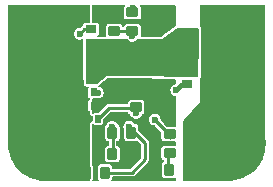
<source format=gbr>
%TF.GenerationSoftware,KiCad,Pcbnew,(6.0.1)*%
%TF.CreationDate,2022-07-18T11:17:21+08:00*%
%TF.ProjectId,HighSideSwitch,48696768-5369-4646-9553-77697463682e,rev?*%
%TF.SameCoordinates,Original*%
%TF.FileFunction,Copper,L1,Top*%
%TF.FilePolarity,Positive*%
%FSLAX46Y46*%
G04 Gerber Fmt 4.6, Leading zero omitted, Abs format (unit mm)*
G04 Created by KiCad (PCBNEW (6.0.1)) date 2022-07-18 11:17:21*
%MOMM*%
%LPD*%
G01*
G04 APERTURE LIST*
G04 Aperture macros list*
%AMRoundRect*
0 Rectangle with rounded corners*
0 $1 Rounding radius*
0 $2 $3 $4 $5 $6 $7 $8 $9 X,Y pos of 4 corners*
0 Add a 4 corners polygon primitive as box body*
4,1,4,$2,$3,$4,$5,$6,$7,$8,$9,$2,$3,0*
0 Add four circle primitives for the rounded corners*
1,1,$1+$1,$2,$3*
1,1,$1+$1,$4,$5*
1,1,$1+$1,$6,$7*
1,1,$1+$1,$8,$9*
0 Add four rect primitives between the rounded corners*
20,1,$1+$1,$2,$3,$4,$5,0*
20,1,$1+$1,$4,$5,$6,$7,0*
20,1,$1+$1,$6,$7,$8,$9,0*
20,1,$1+$1,$8,$9,$2,$3,0*%
G04 Aperture macros list end*
%TA.AperFunction,SMDPad,CuDef*%
%ADD10RoundRect,0.040000X-0.460000X-0.360000X0.460000X-0.360000X0.460000X0.360000X-0.460000X0.360000X0*%
%TD*%
%TA.AperFunction,SMDPad,CuDef*%
%ADD11RoundRect,0.025000X0.225000X-0.275000X0.225000X0.275000X-0.225000X0.275000X-0.225000X-0.275000X0*%
%TD*%
%TA.AperFunction,SMDPad,CuDef*%
%ADD12RoundRect,0.040000X0.360000X-0.460000X0.360000X0.460000X-0.360000X0.460000X-0.360000X-0.460000X0*%
%TD*%
%TA.AperFunction,SMDPad,CuDef*%
%ADD13RoundRect,0.040000X-0.360000X0.460000X-0.360000X-0.460000X0.360000X-0.460000X0.360000X0.460000X0*%
%TD*%
%TA.AperFunction,SMDPad,CuDef*%
%ADD14R,4.400000X4.500000*%
%TD*%
%TA.AperFunction,SMDPad,CuDef*%
%ADD15R,0.950000X0.700000*%
%TD*%
%TA.AperFunction,SMDPad,CuDef*%
%ADD16R,0.950000X3.250000*%
%TD*%
%TA.AperFunction,SMDPad,CuDef*%
%ADD17RoundRect,0.040000X0.460000X0.360000X-0.460000X0.360000X-0.460000X-0.360000X0.460000X-0.360000X0*%
%TD*%
%TA.AperFunction,SMDPad,CuDef*%
%ADD18RoundRect,0.025000X-0.225000X0.275000X-0.225000X-0.275000X0.225000X-0.275000X0.225000X0.275000X0*%
%TD*%
%TA.AperFunction,ComponentPad*%
%ADD19C,6.400000*%
%TD*%
%TA.AperFunction,ComponentPad*%
%ADD20C,0.800000*%
%TD*%
%TA.AperFunction,ViaPad*%
%ADD21C,0.600000*%
%TD*%
%TA.AperFunction,Conductor*%
%ADD22C,0.250000*%
%TD*%
%TA.AperFunction,Conductor*%
%ADD23C,0.400000*%
%TD*%
G04 APERTURE END LIST*
D10*
%TO.P,R9,1*%
%TO.N,/~{EN}*%
X186836800Y-80276800D03*
%TO.P,R9,2*%
%TO.N,Net-(C4-Pad2)*%
X186836800Y-81876800D03*
%TD*%
D11*
%TO.P,R1,1*%
%TO.N,/NMOS_IN*%
X182548800Y-87062800D03*
%TO.P,R1,2*%
%TO.N,Net-(R1-Pad2)*%
X183548800Y-87062800D03*
%TD*%
%TO.P,C1,1*%
%TO.N,/NMOS_IN*%
X182548800Y-88172800D03*
%TO.P,C1,2*%
%TO.N,GND*%
X183548800Y-88172800D03*
%TD*%
D12*
%TO.P,D2,1,Cathode*%
%TO.N,GND*%
X188358800Y-93612800D03*
%TO.P,D2,2,Anode*%
%TO.N,Net-(D2-Pad2)*%
X189958800Y-93612800D03*
%TD*%
D13*
%TO.P,R5,1*%
%TO.N,Net-(R3-Pad1)*%
X186738800Y-90452800D03*
%TO.P,R5,2*%
%TO.N,Net-(R5-Pad2)*%
X185138800Y-90452800D03*
%TD*%
D14*
%TO.P,Q2,D,Drain*%
%TO.N,/NMOS_IN*%
X179588400Y-83616800D03*
D15*
%TO.P,Q2,G,Gate*%
%TO.N,Net-(Q2-PadG)*%
X183313400Y-81716800D03*
D16*
%TO.P,Q2,S,Source*%
%TO.N,Net-(D1-PadA)*%
X183313400Y-84241800D03*
%TD*%
D13*
%TO.P,R6,1*%
%TO.N,GND*%
X186738800Y-92282800D03*
%TO.P,R6,2*%
%TO.N,Net-(R5-Pad2)*%
X185138800Y-92282800D03*
%TD*%
D17*
%TO.P,R11,1*%
%TO.N,Net-(D2-Pad2)*%
X189986400Y-92189200D03*
%TO.P,R11,2*%
%TO.N,Net-(D1-PadA)*%
X189986400Y-90589200D03*
%TD*%
D18*
%TO.P,R7,1*%
%TO.N,/EN*%
X183928800Y-89282800D03*
%TO.P,R7,2*%
%TO.N,/NMOS_IN*%
X182928800Y-89282800D03*
%TD*%
D19*
%TO.P,H2,1*%
%TO.N,/NMOS_OUT*%
X194927344Y-91338256D03*
D20*
X194927344Y-88938256D03*
X194927344Y-93738256D03*
X193230288Y-89641200D03*
X193230288Y-93035312D03*
X196624400Y-89641200D03*
X192527344Y-91338256D03*
X196624400Y-93035312D03*
X197327344Y-91338256D03*
%TD*%
D13*
%TO.P,R3,1*%
%TO.N,Net-(R3-Pad1)*%
X184508800Y-93842800D03*
%TO.P,R3,2*%
%TO.N,/NMOS_IN*%
X182908800Y-93842800D03*
%TD*%
D14*
%TO.P,Q1,D,Drain*%
%TO.N,/NMOS_OUT*%
X195218800Y-84452800D03*
D15*
%TO.P,Q1,G,Gate*%
%TO.N,Net-(Q1-PadG)*%
X191493800Y-86352800D03*
D16*
%TO.P,Q1,S,Source*%
%TO.N,Net-(D1-PadA)*%
X191493800Y-83827800D03*
%TD*%
D17*
%TO.P,R8,1*%
%TO.N,/EN*%
X187141600Y-88328400D03*
%TO.P,R8,2*%
%TO.N,GND*%
X187141600Y-86728400D03*
%TD*%
D19*
%TO.P,H1,1*%
%TO.N,/NMOS_IN*%
X179527344Y-91338256D03*
D20*
X177127344Y-91338256D03*
X181927344Y-91338256D03*
X177830288Y-93035312D03*
X177830288Y-89641200D03*
X179527344Y-88938256D03*
X179527344Y-93738256D03*
X181224400Y-89641200D03*
X181224400Y-93035312D03*
%TD*%
D10*
%TO.P,R10,1*%
%TO.N,GND*%
X185278800Y-80272800D03*
%TO.P,R10,2*%
%TO.N,Net-(C4-Pad2)*%
X185278800Y-81872800D03*
%TD*%
D21*
%TO.N,GND*%
X188818000Y-92151200D03*
X187751200Y-86614000D03*
X187248800Y-92292800D03*
X188868800Y-80619600D03*
%TO.N,/NMOS_OUT*%
X197459600Y-84074000D03*
X193192400Y-84074000D03*
X196037200Y-81432400D03*
X197459600Y-82753200D03*
X193192400Y-85293200D03*
X194564000Y-82753200D03*
X196037200Y-86512400D03*
X194564000Y-81432400D03*
X196037200Y-85293200D03*
X196037200Y-84074000D03*
X193192400Y-81432400D03*
X193192400Y-86512400D03*
X194564000Y-84074000D03*
X193192400Y-82753200D03*
X196037200Y-82753200D03*
X194564000Y-86512400D03*
X194564000Y-85293200D03*
X197459600Y-86512400D03*
X197459600Y-81432400D03*
X197459600Y-85293200D03*
%TO.N,/NMOS_IN*%
X179978800Y-82956400D03*
X178962800Y-85547200D03*
X177743600Y-84226400D03*
X177743600Y-81991200D03*
X181096400Y-85598000D03*
X177743600Y-85496400D03*
X179978800Y-84277200D03*
X181045600Y-83007200D03*
X178962800Y-84226400D03*
X179928000Y-82042000D03*
X178912000Y-82956400D03*
X181045600Y-82042000D03*
X180029600Y-85598000D03*
X181045600Y-84226400D03*
X178912000Y-81991200D03*
X177743600Y-83007200D03*
%TO.N,/~{EN}*%
X186838800Y-79932800D03*
%TO.N,/EN*%
X187141600Y-88798400D03*
%TO.N,Net-(R1-Pad2)*%
X183890400Y-87071200D03*
%TO.N,Net-(C4-Pad2)*%
X186836800Y-82272800D03*
%TO.N,Net-(D1-PadA)*%
X191973200Y-85191600D03*
X191973200Y-84277200D03*
X188716400Y-89357200D03*
X191008000Y-82600800D03*
X191922400Y-82245200D03*
X191008000Y-85039200D03*
X191008000Y-83972400D03*
X191922400Y-83210400D03*
%TO.N,Net-(Q1-PadG)*%
X190548629Y-86874090D03*
%TO.N,Net-(Q2-PadG)*%
X182368496Y-82096899D03*
%TO.N,Net-(R3-Pad1)*%
X186568800Y-89968300D03*
%TO.N,Net-(R5-Pad2)*%
X185089700Y-89982800D03*
%TD*%
D22*
%TO.N,/EN*%
X186720289Y-88377089D02*
X184834511Y-88377089D01*
X184834511Y-88377089D02*
X183928800Y-89282800D01*
%TO.N,Net-(C4-Pad2)*%
X186587600Y-81882800D02*
X185470000Y-81882800D01*
X185719200Y-81838800D02*
X185516000Y-81635600D01*
%TO.N,Net-(D1-PadA)*%
X189986400Y-90879200D02*
X189986400Y-90627200D01*
X189986400Y-90627200D02*
X188716400Y-89357200D01*
%TO.N,Net-(D2-Pad2)*%
X189808700Y-92076900D02*
X189986400Y-91899200D01*
X189808700Y-93675200D02*
X189808700Y-92076900D01*
D23*
%TO.N,Net-(Q1-PadG)*%
X190548629Y-86874090D02*
X190986519Y-86436200D01*
X190986519Y-86436200D02*
X191210400Y-86436200D01*
D22*
%TO.N,Net-(Q2-PadG)*%
X183488400Y-81711800D02*
X182753595Y-81711800D01*
X182753595Y-81711800D02*
X182368496Y-82096899D01*
%TO.N,Net-(R3-Pad1)*%
X186568800Y-89968300D02*
X187903600Y-91303100D01*
X186793291Y-93842800D02*
X184508800Y-93842800D01*
X187903600Y-92732491D02*
X186793291Y-93842800D01*
X187903600Y-91303100D02*
X187903600Y-92732491D01*
%TO.N,Net-(R5-Pad2)*%
X185158400Y-92173200D02*
X184918800Y-92412800D01*
X185158400Y-89814400D02*
X185158400Y-92173200D01*
%TD*%
%TA.AperFunction,Conductor*%
%TO.N,Net-(D1-PadA)*%
G36*
X192456518Y-81653906D02*
G01*
X192474819Y-81698872D01*
X192461570Y-82772024D01*
X192425572Y-85687859D01*
X192406722Y-85731823D01*
X192362260Y-85749582D01*
X186607616Y-85674358D01*
X184652400Y-85648800D01*
X184643847Y-85655844D01*
X184643846Y-85655844D01*
X183806108Y-86345746D01*
X183766376Y-86360000D01*
X182987700Y-86360000D01*
X182943506Y-86341694D01*
X182925200Y-86297500D01*
X182925200Y-82612500D01*
X182943506Y-82568306D01*
X182987700Y-82550000D01*
X186386812Y-82550000D01*
X186431006Y-82568306D01*
X186434654Y-82572283D01*
X186499770Y-82649748D01*
X186619113Y-82729190D01*
X186623364Y-82730518D01*
X186751705Y-82770614D01*
X186751708Y-82770614D01*
X186755957Y-82771942D01*
X186760409Y-82772024D01*
X186760411Y-82772024D01*
X186831442Y-82773326D01*
X186899299Y-82774570D01*
X187037617Y-82736860D01*
X187159791Y-82661845D01*
X187242419Y-82570558D01*
X187288756Y-82550000D01*
X189326000Y-82550000D01*
X190528534Y-81648100D01*
X190566033Y-81635600D01*
X192412324Y-81635600D01*
X192456518Y-81653906D01*
G37*
%TD.AperFunction*%
%TD*%
%TA.AperFunction,Conductor*%
%TO.N,/NMOS_IN*%
G36*
X183214894Y-79698106D02*
G01*
X183233200Y-79742300D01*
X183233200Y-81103800D01*
X183214894Y-81147994D01*
X183170700Y-81166300D01*
X182818652Y-81166300D01*
X182815642Y-81166899D01*
X182815639Y-81166899D01*
X182766205Y-81176732D01*
X182766203Y-81176733D01*
X182760169Y-81177933D01*
X182755055Y-81181350D01*
X182755053Y-81181351D01*
X182710720Y-81210974D01*
X182693848Y-81222248D01*
X182649533Y-81288569D01*
X182637900Y-81347052D01*
X182637900Y-81362914D01*
X182619594Y-81407108D01*
X182611252Y-81414108D01*
X182586708Y-81431294D01*
X182580770Y-81435451D01*
X182576176Y-81438378D01*
X182541140Y-81458606D01*
X182537624Y-81462796D01*
X182515136Y-81489596D01*
X182511452Y-81493616D01*
X182426939Y-81578129D01*
X182382363Y-81596434D01*
X182304325Y-81595957D01*
X182304323Y-81595957D01*
X182299872Y-81595930D01*
X182162025Y-81635327D01*
X182040776Y-81711829D01*
X182037833Y-81715161D01*
X182037831Y-81715163D01*
X181948820Y-81815950D01*
X181945873Y-81819287D01*
X181884943Y-81949062D01*
X181862887Y-82090722D01*
X181881476Y-82232878D01*
X181939216Y-82364102D01*
X181942080Y-82367509D01*
X182028603Y-82470442D01*
X182028606Y-82470445D01*
X182031466Y-82473847D01*
X182150809Y-82553289D01*
X182155060Y-82554617D01*
X182283401Y-82594713D01*
X182283404Y-82594713D01*
X182287653Y-82596041D01*
X182292105Y-82596123D01*
X182292107Y-82596123D01*
X182363138Y-82597425D01*
X182430995Y-82598669D01*
X182435293Y-82597497D01*
X182435295Y-82597497D01*
X182558961Y-82563782D01*
X182606414Y-82569819D01*
X182635699Y-82607642D01*
X182637900Y-82624081D01*
X182637900Y-85886548D01*
X182638499Y-85889558D01*
X182638499Y-85889561D01*
X182644068Y-85917555D01*
X182649533Y-85945031D01*
X182652950Y-85950145D01*
X182652951Y-85950147D01*
X182690430Y-86006237D01*
X182693848Y-86011352D01*
X182698964Y-86014771D01*
X182703318Y-86019124D01*
X182701941Y-86020501D01*
X182724000Y-86053518D01*
X182725200Y-86065708D01*
X182725200Y-86297500D01*
X182725799Y-86300510D01*
X182725799Y-86300513D01*
X182730047Y-86321867D01*
X182740424Y-86374038D01*
X182758730Y-86418232D01*
X182794377Y-86474963D01*
X182799400Y-86478527D01*
X182851071Y-86515190D01*
X182866968Y-86526470D01*
X182870210Y-86527813D01*
X182870212Y-86527814D01*
X182889220Y-86535687D01*
X182911162Y-86544776D01*
X182914166Y-86545374D01*
X182914171Y-86545375D01*
X182984687Y-86559401D01*
X182984690Y-86559401D01*
X182987700Y-86560000D01*
X183087874Y-86560000D01*
X183132068Y-86578306D01*
X183150374Y-86622500D01*
X183139841Y-86657223D01*
X183111383Y-86699814D01*
X183098300Y-86765589D01*
X183098301Y-87360010D01*
X183111383Y-87425786D01*
X183161223Y-87500377D01*
X183166340Y-87503796D01*
X183212054Y-87534341D01*
X183238630Y-87574115D01*
X183238630Y-87598500D01*
X183233200Y-87625800D01*
X183233200Y-87653723D01*
X183214894Y-87697917D01*
X183205424Y-87705689D01*
X183161223Y-87735223D01*
X183111383Y-87809814D01*
X183098300Y-87875589D01*
X183098301Y-88470010D01*
X183098900Y-88473020D01*
X183098900Y-88473024D01*
X183107808Y-88517813D01*
X183111383Y-88535786D01*
X183161223Y-88610377D01*
X183166340Y-88613796D01*
X183205423Y-88639910D01*
X183231999Y-88679683D01*
X183233200Y-88691877D01*
X183233200Y-88804056D01*
X183233799Y-88807066D01*
X183233799Y-88807069D01*
X183247685Y-88876877D01*
X183248424Y-88880594D01*
X183266730Y-88924788D01*
X183302377Y-88981519D01*
X183374968Y-89033026D01*
X183378210Y-89034369D01*
X183378212Y-89034370D01*
X183416728Y-89050324D01*
X183416730Y-89050325D01*
X183419162Y-89051332D01*
X183429709Y-89053739D01*
X183468721Y-89081421D01*
X183478300Y-89114672D01*
X183478301Y-89451443D01*
X183459995Y-89495637D01*
X183426274Y-89513060D01*
X183419162Y-89514268D01*
X183374968Y-89532574D01*
X183318237Y-89568221D01*
X183266730Y-89640812D01*
X183248424Y-89685006D01*
X183247826Y-89688010D01*
X183247825Y-89688015D01*
X183234698Y-89754013D01*
X183233200Y-89761544D01*
X183233200Y-93176994D01*
X183241812Y-93235050D01*
X183252345Y-93269773D01*
X183277439Y-93322831D01*
X183297998Y-93353600D01*
X183298767Y-93354751D01*
X183309300Y-93389474D01*
X183309300Y-94296127D01*
X183298766Y-94330851D01*
X183284677Y-94351936D01*
X183284672Y-94351945D01*
X183283391Y-94353862D01*
X183258296Y-94406921D01*
X183257630Y-94409116D01*
X183257629Y-94409119D01*
X183256150Y-94413995D01*
X183247763Y-94441644D01*
X183239466Y-94488487D01*
X183240368Y-94493795D01*
X183240349Y-94499175D01*
X183237333Y-94499164D01*
X183228928Y-94535894D01*
X183188411Y-94561323D01*
X183177975Y-94562200D01*
X179494838Y-94562200D01*
X179479232Y-94560220D01*
X179477527Y-94559780D01*
X179477525Y-94559780D01*
X179469560Y-94557726D01*
X179461634Y-94559930D01*
X179456074Y-94559982D01*
X179445734Y-94561164D01*
X179140375Y-94547855D01*
X179133785Y-94547217D01*
X178811192Y-94498615D01*
X178804707Y-94497283D01*
X178489076Y-94414833D01*
X178482768Y-94412823D01*
X178177624Y-94297446D01*
X178171564Y-94294780D01*
X178117983Y-94267733D01*
X177880329Y-94147770D01*
X177874585Y-94144477D01*
X177600548Y-93967492D01*
X177595185Y-93963611D01*
X177341400Y-93758628D01*
X177336477Y-93754201D01*
X177105799Y-93523523D01*
X177101372Y-93518600D01*
X176896389Y-93264815D01*
X176892508Y-93259452D01*
X176715523Y-92985415D01*
X176712230Y-92979671D01*
X176601879Y-92761060D01*
X176565219Y-92688434D01*
X176562554Y-92682376D01*
X176540191Y-92623230D01*
X176513708Y-92553190D01*
X176447177Y-92377232D01*
X176445167Y-92370924D01*
X176362717Y-92055293D01*
X176361385Y-92048808D01*
X176312783Y-91726215D01*
X176312145Y-91719625D01*
X176298836Y-91414266D01*
X176300018Y-91403926D01*
X176300070Y-91398366D01*
X176302274Y-91390440D01*
X176299775Y-91380748D01*
X176297796Y-91365156D01*
X176295833Y-79742311D01*
X176314131Y-79698113D01*
X176358333Y-79679800D01*
X183170700Y-79679800D01*
X183214894Y-79698106D01*
G37*
%TD.AperFunction*%
%TD*%
%TA.AperFunction,Conductor*%
%TO.N,GND*%
G36*
X186605002Y-85874341D02*
G01*
X190432717Y-85924377D01*
X190476668Y-85943259D01*
X190494400Y-85986872D01*
X190494400Y-86321867D01*
X190476094Y-86366061D01*
X190449075Y-86381961D01*
X190342158Y-86412518D01*
X190220909Y-86489020D01*
X190217966Y-86492352D01*
X190217964Y-86492354D01*
X190158222Y-86560000D01*
X190126006Y-86596478D01*
X190065076Y-86726253D01*
X190043020Y-86867913D01*
X190061609Y-87010069D01*
X190119349Y-87141293D01*
X190122213Y-87144700D01*
X190208736Y-87247633D01*
X190208739Y-87247636D01*
X190211599Y-87251038D01*
X190330942Y-87330480D01*
X190450539Y-87367844D01*
X190487262Y-87398494D01*
X190494400Y-87427499D01*
X190494400Y-89926200D01*
X190476094Y-89970394D01*
X190431900Y-89988700D01*
X189834115Y-89988700D01*
X189789921Y-89970394D01*
X189515399Y-89695872D01*
X189239690Y-89420164D01*
X189221384Y-89375970D01*
X189221590Y-89371374D01*
X189221896Y-89369554D01*
X189222047Y-89357200D01*
X189201723Y-89215282D01*
X189142384Y-89084772D01*
X189048800Y-88976163D01*
X188928495Y-88898185D01*
X188915856Y-88894405D01*
X188822734Y-88866556D01*
X188791139Y-88857107D01*
X188719457Y-88856669D01*
X188652229Y-88856258D01*
X188652228Y-88856258D01*
X188647776Y-88856231D01*
X188509929Y-88895628D01*
X188388680Y-88972130D01*
X188385737Y-88975462D01*
X188385735Y-88975464D01*
X188309726Y-89061529D01*
X188293777Y-89079588D01*
X188232847Y-89209363D01*
X188210791Y-89351023D01*
X188211368Y-89355436D01*
X188211368Y-89355438D01*
X188212898Y-89367136D01*
X188229380Y-89493179D01*
X188231173Y-89497254D01*
X188278641Y-89605132D01*
X188287120Y-89624403D01*
X188289984Y-89627810D01*
X188376507Y-89730743D01*
X188376510Y-89730746D01*
X188379370Y-89734148D01*
X188498713Y-89813590D01*
X188506395Y-89815990D01*
X188631305Y-89855014D01*
X188631308Y-89855014D01*
X188635557Y-89856342D01*
X188640009Y-89856424D01*
X188640011Y-89856424D01*
X188732236Y-89858115D01*
X188775284Y-89876410D01*
X189267594Y-90368721D01*
X189285900Y-90412915D01*
X189285900Y-90972888D01*
X189286499Y-90975898D01*
X189286499Y-90975901D01*
X189293507Y-91011130D01*
X189299854Y-91043039D01*
X189353009Y-91122591D01*
X189364510Y-91130276D01*
X189427442Y-91172326D01*
X189427444Y-91172327D01*
X189432561Y-91175746D01*
X189464470Y-91182093D01*
X189499699Y-91189101D01*
X189499702Y-91189101D01*
X189502712Y-91189700D01*
X189876772Y-91189700D01*
X189898149Y-91193469D01*
X189929006Y-91204700D01*
X190043794Y-91204700D01*
X190074651Y-91193469D01*
X190096027Y-91189700D01*
X190431900Y-91189700D01*
X190476094Y-91208006D01*
X190494400Y-91252200D01*
X190494400Y-91526200D01*
X190476094Y-91570394D01*
X190431900Y-91588700D01*
X190104585Y-91588700D01*
X190078174Y-91582845D01*
X190071946Y-91579941D01*
X190066500Y-91579465D01*
X190066498Y-91579464D01*
X190014769Y-91574938D01*
X189957593Y-91569936D01*
X189900123Y-91585335D01*
X189895515Y-91586570D01*
X189879339Y-91588700D01*
X189502712Y-91588700D01*
X189499702Y-91589299D01*
X189499699Y-91589299D01*
X189464736Y-91596254D01*
X189432561Y-91602654D01*
X189427444Y-91606073D01*
X189427442Y-91606074D01*
X189368666Y-91645347D01*
X189353009Y-91655809D01*
X189349590Y-91660926D01*
X189307551Y-91723842D01*
X189299854Y-91735361D01*
X189285900Y-91805512D01*
X189285900Y-92572888D01*
X189299854Y-92643039D01*
X189353009Y-92722591D01*
X189358126Y-92726010D01*
X189427442Y-92772326D01*
X189427444Y-92772327D01*
X189432561Y-92775746D01*
X189438599Y-92776947D01*
X189444285Y-92779302D01*
X189442947Y-92782532D01*
X189472663Y-92802382D01*
X189483200Y-92837111D01*
X189483200Y-92907387D01*
X189464894Y-92951581D01*
X189455423Y-92959354D01*
X189425409Y-92979409D01*
X189372254Y-93058961D01*
X189358300Y-93129112D01*
X189358300Y-94096488D01*
X189372254Y-94166639D01*
X189375673Y-94171756D01*
X189375674Y-94171758D01*
X189414947Y-94230534D01*
X189425409Y-94246191D01*
X189430526Y-94249610D01*
X189499842Y-94295926D01*
X189499844Y-94295927D01*
X189504961Y-94299346D01*
X189536870Y-94305693D01*
X189572099Y-94312701D01*
X189572102Y-94312701D01*
X189575112Y-94313300D01*
X190342488Y-94313300D01*
X190345498Y-94312701D01*
X190345501Y-94312701D01*
X190406602Y-94300547D01*
X190406603Y-94300547D01*
X190412639Y-94299346D01*
X190412764Y-94299976D01*
X190455815Y-94299974D01*
X190489641Y-94333797D01*
X190494400Y-94357717D01*
X190494400Y-94499700D01*
X190476094Y-94543894D01*
X190431900Y-94562200D01*
X185101651Y-94562200D01*
X185057457Y-94543894D01*
X185039151Y-94499700D01*
X185049684Y-94464977D01*
X185091926Y-94401758D01*
X185091927Y-94401756D01*
X185095346Y-94396639D01*
X185109300Y-94326488D01*
X185109300Y-94230800D01*
X185127606Y-94186606D01*
X185171800Y-94168300D01*
X186776350Y-94168300D01*
X186781797Y-94168538D01*
X186822098Y-94172064D01*
X186827378Y-94170649D01*
X186827380Y-94170649D01*
X186861174Y-94161593D01*
X186866495Y-94160413D01*
X186906336Y-94153388D01*
X186911070Y-94150655D01*
X186911075Y-94150653D01*
X186911804Y-94150232D01*
X186926877Y-94143988D01*
X186927696Y-94143769D01*
X186927698Y-94143768D01*
X186932975Y-94142354D01*
X186966113Y-94119150D01*
X186970705Y-94116225D01*
X187005746Y-94095994D01*
X187031755Y-94064998D01*
X187035439Y-94060978D01*
X188121780Y-92974637D01*
X188125800Y-92970953D01*
X188152605Y-92948461D01*
X188156794Y-92944946D01*
X188177025Y-92909905D01*
X188179950Y-92905313D01*
X188200020Y-92876651D01*
X188200020Y-92876650D01*
X188203154Y-92872175D01*
X188204788Y-92866077D01*
X188211032Y-92851004D01*
X188211453Y-92850275D01*
X188211455Y-92850270D01*
X188214188Y-92845536D01*
X188221213Y-92805695D01*
X188222393Y-92800374D01*
X188231449Y-92766580D01*
X188231449Y-92766578D01*
X188232864Y-92761298D01*
X188229338Y-92720997D01*
X188229100Y-92715550D01*
X188229100Y-91320033D01*
X188229338Y-91314586D01*
X188232387Y-91279738D01*
X188232387Y-91279736D01*
X188232863Y-91274293D01*
X188222390Y-91235206D01*
X188221212Y-91229888D01*
X188215138Y-91195442D01*
X188214188Y-91190055D01*
X188211030Y-91184584D01*
X188204790Y-91169519D01*
X188204570Y-91168696D01*
X188204567Y-91168691D01*
X188203154Y-91163416D01*
X188179944Y-91130268D01*
X188177021Y-91125679D01*
X188159528Y-91095381D01*
X188156794Y-91090645D01*
X188125804Y-91064641D01*
X188121784Y-91060957D01*
X187357606Y-90296780D01*
X187339300Y-90252586D01*
X187339300Y-89969112D01*
X187325346Y-89898961D01*
X187272191Y-89819409D01*
X187239483Y-89797554D01*
X187197758Y-89769674D01*
X187197756Y-89769673D01*
X187192639Y-89766254D01*
X187160730Y-89759907D01*
X187125501Y-89752899D01*
X187125498Y-89752899D01*
X187122488Y-89752300D01*
X187060680Y-89752300D01*
X187016486Y-89733994D01*
X187003785Y-89715669D01*
X187003219Y-89714423D01*
X186999020Y-89705188D01*
X186996626Y-89699923D01*
X186996626Y-89699922D01*
X186994784Y-89695872D01*
X186991882Y-89692504D01*
X186991880Y-89692501D01*
X186904103Y-89590632D01*
X186901200Y-89587263D01*
X186780895Y-89509285D01*
X186768256Y-89505505D01*
X186696294Y-89483984D01*
X186643539Y-89468207D01*
X186571857Y-89467769D01*
X186504629Y-89467358D01*
X186504628Y-89467358D01*
X186500176Y-89467331D01*
X186362329Y-89506728D01*
X186241080Y-89583230D01*
X186238137Y-89586562D01*
X186238135Y-89586564D01*
X186191166Y-89639747D01*
X186146177Y-89690688D01*
X186085247Y-89820463D01*
X186063191Y-89962123D01*
X186063768Y-89966536D01*
X186063768Y-89966538D01*
X186064506Y-89972183D01*
X186081780Y-90104279D01*
X186083573Y-90108354D01*
X186133007Y-90220701D01*
X186138300Y-90245873D01*
X186138300Y-90936488D01*
X186152254Y-91006639D01*
X186155673Y-91011756D01*
X186155674Y-91011758D01*
X186176576Y-91043039D01*
X186205409Y-91086191D01*
X186210526Y-91089610D01*
X186279842Y-91135926D01*
X186279844Y-91135927D01*
X186284961Y-91139346D01*
X186316870Y-91145693D01*
X186352099Y-91152701D01*
X186352102Y-91152701D01*
X186355112Y-91153300D01*
X187122488Y-91153300D01*
X187125498Y-91152701D01*
X187125501Y-91152701D01*
X187160730Y-91145693D01*
X187192639Y-91139346D01*
X187197757Y-91135927D01*
X187197758Y-91135926D01*
X187202072Y-91133043D01*
X187248988Y-91123711D01*
X187280989Y-91140816D01*
X187559794Y-91419621D01*
X187578100Y-91463815D01*
X187578100Y-92571777D01*
X187559794Y-92615971D01*
X186676771Y-93498994D01*
X186632577Y-93517300D01*
X185171800Y-93517300D01*
X185127606Y-93498994D01*
X185109300Y-93454800D01*
X185109300Y-93359112D01*
X185095346Y-93288961D01*
X185042191Y-93209409D01*
X184993679Y-93176994D01*
X184967758Y-93159674D01*
X184967756Y-93159673D01*
X184962639Y-93156254D01*
X184930730Y-93149907D01*
X184895501Y-93142899D01*
X184895498Y-93142899D01*
X184892488Y-93142300D01*
X184125112Y-93142300D01*
X184122102Y-93142899D01*
X184122099Y-93142899D01*
X184086870Y-93149907D01*
X184054961Y-93156254D01*
X184049844Y-93159673D01*
X184049842Y-93159674D01*
X184023921Y-93176994D01*
X183975409Y-93209409D01*
X183922254Y-93288961D01*
X183908300Y-93359112D01*
X183908300Y-94326488D01*
X183922254Y-94396639D01*
X183925673Y-94401756D01*
X183925674Y-94401758D01*
X183967916Y-94464977D01*
X183977248Y-94511893D01*
X183950672Y-94551667D01*
X183915949Y-94562200D01*
X183501651Y-94562200D01*
X183457457Y-94543894D01*
X183439151Y-94499700D01*
X183449684Y-94464977D01*
X183491926Y-94401758D01*
X183491927Y-94401756D01*
X183495346Y-94396639D01*
X183509300Y-94326488D01*
X183509300Y-93359112D01*
X183495346Y-93288961D01*
X183443733Y-93211717D01*
X183433200Y-93176994D01*
X183433200Y-92766488D01*
X184538300Y-92766488D01*
X184538899Y-92769498D01*
X184538899Y-92769501D01*
X184540849Y-92779302D01*
X184552254Y-92836639D01*
X184555673Y-92841756D01*
X184555674Y-92841758D01*
X184575998Y-92872175D01*
X184605409Y-92916191D01*
X184610526Y-92919610D01*
X184679842Y-92965926D01*
X184679844Y-92965927D01*
X184684961Y-92969346D01*
X184716870Y-92975693D01*
X184752099Y-92982701D01*
X184752102Y-92982701D01*
X184755112Y-92983300D01*
X185522488Y-92983300D01*
X185525498Y-92982701D01*
X185525501Y-92982701D01*
X185560730Y-92975693D01*
X185592639Y-92969346D01*
X185597756Y-92965927D01*
X185597758Y-92965926D01*
X185667074Y-92919610D01*
X185672191Y-92916191D01*
X185701602Y-92872175D01*
X185721926Y-92841758D01*
X185721927Y-92841756D01*
X185725346Y-92836639D01*
X185736751Y-92779302D01*
X185738701Y-92769501D01*
X185738701Y-92769498D01*
X185739300Y-92766488D01*
X185739300Y-91799112D01*
X185725346Y-91728961D01*
X185672191Y-91649409D01*
X185607336Y-91606074D01*
X185597758Y-91599674D01*
X185597756Y-91599673D01*
X185592639Y-91596254D01*
X185534207Y-91584631D01*
X185494433Y-91558055D01*
X185483900Y-91523332D01*
X185483900Y-91212268D01*
X185502206Y-91168074D01*
X185534207Y-91150969D01*
X185546092Y-91148605D01*
X185592639Y-91139346D01*
X185597756Y-91135927D01*
X185597758Y-91135926D01*
X185667074Y-91089610D01*
X185672191Y-91086191D01*
X185701024Y-91043039D01*
X185721926Y-91011758D01*
X185721927Y-91011756D01*
X185725346Y-91006639D01*
X185739300Y-90936488D01*
X185739300Y-89969112D01*
X185725346Y-89898961D01*
X185672191Y-89819409D01*
X185639483Y-89797554D01*
X185597758Y-89769674D01*
X185597756Y-89769673D01*
X185592639Y-89766254D01*
X185567402Y-89761234D01*
X185527628Y-89734658D01*
X185522700Y-89725804D01*
X185521787Y-89723796D01*
X185515684Y-89710372D01*
X185512782Y-89707004D01*
X185512780Y-89707001D01*
X185425003Y-89605132D01*
X185422100Y-89601763D01*
X185388539Y-89580010D01*
X185378210Y-89573315D01*
X185372030Y-89568746D01*
X185327850Y-89531674D01*
X185327846Y-89531672D01*
X185323661Y-89528160D01*
X185215794Y-89488900D01*
X185194294Y-89488900D01*
X185176386Y-89486279D01*
X185168711Y-89483984D01*
X185168707Y-89483983D01*
X185164439Y-89482707D01*
X185092758Y-89482269D01*
X185025529Y-89481858D01*
X185025528Y-89481858D01*
X185021076Y-89481831D01*
X184883229Y-89521228D01*
X184761980Y-89597730D01*
X184759037Y-89601062D01*
X184759035Y-89601064D01*
X184672503Y-89699044D01*
X184667077Y-89705188D01*
X184665185Y-89709218D01*
X184623710Y-89797554D01*
X184611331Y-89815185D01*
X184610527Y-89815989D01*
X184605409Y-89819409D01*
X184601990Y-89824526D01*
X184601988Y-89824528D01*
X184567322Y-89876410D01*
X184552254Y-89898961D01*
X184538300Y-89969112D01*
X184538300Y-90936488D01*
X184552254Y-91006639D01*
X184555673Y-91011756D01*
X184555674Y-91011758D01*
X184576576Y-91043039D01*
X184605409Y-91086191D01*
X184610526Y-91089610D01*
X184679842Y-91135926D01*
X184679844Y-91135927D01*
X184684961Y-91139346D01*
X184716870Y-91145693D01*
X184752099Y-91152701D01*
X184752102Y-91152701D01*
X184755112Y-91153300D01*
X184770400Y-91153300D01*
X184814594Y-91171606D01*
X184832900Y-91215800D01*
X184832900Y-91519800D01*
X184814594Y-91563994D01*
X184770400Y-91582300D01*
X184755112Y-91582300D01*
X184752102Y-91582899D01*
X184752099Y-91582899D01*
X184733645Y-91586570D01*
X184684961Y-91596254D01*
X184679844Y-91599673D01*
X184679842Y-91599674D01*
X184670264Y-91606074D01*
X184605409Y-91649409D01*
X184552254Y-91728961D01*
X184538300Y-91799112D01*
X184538300Y-92766488D01*
X183433200Y-92766488D01*
X183433200Y-89761544D01*
X183451506Y-89717350D01*
X183495700Y-89699044D01*
X183538935Y-89716953D01*
X183541223Y-89720377D01*
X183546340Y-89723796D01*
X183610695Y-89766797D01*
X183610697Y-89766798D01*
X183615814Y-89770217D01*
X183643727Y-89775769D01*
X183678576Y-89782701D01*
X183678579Y-89782701D01*
X183681589Y-89783300D01*
X183928800Y-89783300D01*
X184176010Y-89783299D01*
X184179020Y-89782700D01*
X184179024Y-89782700D01*
X184235748Y-89771418D01*
X184235749Y-89771418D01*
X184241786Y-89770217D01*
X184316377Y-89720377D01*
X184366217Y-89645786D01*
X184374303Y-89605132D01*
X184378701Y-89583024D01*
X184378701Y-89583021D01*
X184379300Y-89580011D01*
X184379300Y-89318514D01*
X184397606Y-89274320D01*
X184951031Y-88720895D01*
X184995225Y-88702589D01*
X186387918Y-88702589D01*
X186432112Y-88720895D01*
X186449217Y-88752895D01*
X186455054Y-88782239D01*
X186458473Y-88787356D01*
X186458474Y-88787358D01*
X186494854Y-88841804D01*
X186508209Y-88861791D01*
X186513326Y-88865210D01*
X186582642Y-88911526D01*
X186582644Y-88911527D01*
X186587761Y-88914946D01*
X186593799Y-88916147D01*
X186619709Y-88921301D01*
X186659482Y-88947877D01*
X186664721Y-88957426D01*
X186712320Y-89065603D01*
X186715184Y-89069010D01*
X186801707Y-89171943D01*
X186801710Y-89171946D01*
X186804570Y-89175348D01*
X186923913Y-89254790D01*
X186928164Y-89256118D01*
X187056505Y-89296214D01*
X187056508Y-89296214D01*
X187060757Y-89297542D01*
X187065209Y-89297624D01*
X187065211Y-89297624D01*
X187136242Y-89298926D01*
X187204099Y-89300170D01*
X187342417Y-89262460D01*
X187464591Y-89187445D01*
X187560800Y-89081154D01*
X187621999Y-88954839D01*
X187657741Y-88923050D01*
X187666051Y-88920792D01*
X187689403Y-88916147D01*
X187689404Y-88916146D01*
X187695439Y-88914946D01*
X187774991Y-88861791D01*
X187788346Y-88841804D01*
X187824726Y-88787358D01*
X187824727Y-88787356D01*
X187828146Y-88782239D01*
X187842100Y-88712088D01*
X187842100Y-87944712D01*
X187828146Y-87874561D01*
X187774991Y-87795009D01*
X187759334Y-87784547D01*
X187700558Y-87745274D01*
X187700556Y-87745273D01*
X187695439Y-87741854D01*
X187663530Y-87735507D01*
X187628301Y-87728499D01*
X187628298Y-87728499D01*
X187625288Y-87727900D01*
X186657912Y-87727900D01*
X186654902Y-87728499D01*
X186654899Y-87728499D01*
X186619670Y-87735507D01*
X186587761Y-87741854D01*
X186582644Y-87745273D01*
X186582642Y-87745274D01*
X186523866Y-87784547D01*
X186508209Y-87795009D01*
X186455054Y-87874561D01*
X186441100Y-87944712D01*
X186441100Y-87989089D01*
X186422794Y-88033283D01*
X186378600Y-88051589D01*
X184851452Y-88051589D01*
X184846005Y-88051351D01*
X184843962Y-88051172D01*
X184805704Y-88047825D01*
X184800424Y-88049240D01*
X184800422Y-88049240D01*
X184766628Y-88058296D01*
X184761307Y-88059476D01*
X184721466Y-88066501D01*
X184716732Y-88069234D01*
X184716727Y-88069236D01*
X184715998Y-88069657D01*
X184700925Y-88075901D01*
X184700106Y-88076120D01*
X184700104Y-88076121D01*
X184694827Y-88077535D01*
X184690352Y-88080669D01*
X184690351Y-88080669D01*
X184661689Y-88100739D01*
X184657097Y-88103664D01*
X184622056Y-88123895D01*
X184618541Y-88128084D01*
X184596047Y-88154891D01*
X184592363Y-88158911D01*
X183987280Y-88763994D01*
X183943086Y-88782300D01*
X183712075Y-88782301D01*
X183681590Y-88782301D01*
X183678580Y-88782900D01*
X183678576Y-88782900D01*
X183621852Y-88794182D01*
X183621851Y-88794182D01*
X183615814Y-88795383D01*
X183541223Y-88845223D01*
X183538935Y-88848647D01*
X183495700Y-88866556D01*
X183451506Y-88848250D01*
X183433200Y-88804056D01*
X183433200Y-87625800D01*
X183451506Y-87581606D01*
X183495700Y-87563300D01*
X183764280Y-87563299D01*
X183777476Y-87563299D01*
X183796113Y-87566142D01*
X183809557Y-87570342D01*
X183814011Y-87570424D01*
X183814013Y-87570424D01*
X183881228Y-87571656D01*
X183952899Y-87572970D01*
X184091217Y-87535260D01*
X184213391Y-87460245D01*
X184244582Y-87425786D01*
X184306613Y-87357254D01*
X184309600Y-87353954D01*
X184372110Y-87224933D01*
X184395896Y-87083554D01*
X184396047Y-87071200D01*
X184375723Y-86929282D01*
X184316384Y-86798772D01*
X184222800Y-86690163D01*
X184102495Y-86612185D01*
X183990849Y-86578796D01*
X183953753Y-86548595D01*
X183948877Y-86501008D01*
X183969025Y-86470670D01*
X184449597Y-86074904D01*
X184705345Y-85864288D01*
X184745893Y-85850039D01*
X186605002Y-85874341D01*
G37*
%TD.AperFunction*%
%TA.AperFunction,Conductor*%
G36*
X186173176Y-79698106D02*
G01*
X186191482Y-79742300D01*
X186180949Y-79777023D01*
X186150254Y-79822961D01*
X186136300Y-79893112D01*
X186136300Y-80660488D01*
X186150254Y-80730639D01*
X186203409Y-80810191D01*
X186208526Y-80813610D01*
X186277842Y-80859926D01*
X186277844Y-80859927D01*
X186282961Y-80863346D01*
X186314870Y-80869693D01*
X186350099Y-80876701D01*
X186350102Y-80876701D01*
X186353112Y-80877300D01*
X187320488Y-80877300D01*
X187323498Y-80876701D01*
X187323501Y-80876701D01*
X187358730Y-80869693D01*
X187390639Y-80863346D01*
X187395756Y-80859927D01*
X187395758Y-80859926D01*
X187465074Y-80813610D01*
X187470191Y-80810191D01*
X187523346Y-80730639D01*
X187537300Y-80660488D01*
X187537300Y-79893112D01*
X187523346Y-79822961D01*
X187492651Y-79777023D01*
X187483319Y-79730107D01*
X187509895Y-79690333D01*
X187544618Y-79679800D01*
X190431900Y-79679800D01*
X190476094Y-79698106D01*
X190494400Y-79742300D01*
X190494400Y-81405298D01*
X190476094Y-81449492D01*
X190460907Y-81460659D01*
X190408534Y-81488100D01*
X190406529Y-81489604D01*
X190406527Y-81489605D01*
X190228030Y-81623478D01*
X189296371Y-82322222D01*
X189276000Y-82337500D01*
X189238500Y-82350000D01*
X187595651Y-82350000D01*
X187551457Y-82331694D01*
X187533151Y-82287500D01*
X187534352Y-82275306D01*
X187536701Y-82263498D01*
X187537300Y-82260488D01*
X187537300Y-81493112D01*
X187536603Y-81489605D01*
X187524547Y-81429000D01*
X187523346Y-81422961D01*
X187470191Y-81343409D01*
X187397151Y-81294605D01*
X187395758Y-81293674D01*
X187395756Y-81293673D01*
X187390639Y-81290254D01*
X187356448Y-81283453D01*
X187323501Y-81276899D01*
X187323498Y-81276899D01*
X187320488Y-81276300D01*
X186353112Y-81276300D01*
X186350102Y-81276899D01*
X186350099Y-81276899D01*
X186317152Y-81283453D01*
X186282961Y-81290254D01*
X186277844Y-81293673D01*
X186277842Y-81293674D01*
X186276449Y-81294605D01*
X186203409Y-81343409D01*
X186150254Y-81422961D01*
X186149053Y-81429000D01*
X186136998Y-81489605D01*
X186136300Y-81493112D01*
X186136300Y-81496182D01*
X186135999Y-81499239D01*
X186134522Y-81499093D01*
X186117994Y-81538994D01*
X186073800Y-81557300D01*
X186041800Y-81557300D01*
X185997606Y-81538994D01*
X185979300Y-81494800D01*
X185979300Y-81489112D01*
X185965346Y-81418961D01*
X185912191Y-81339409D01*
X185896534Y-81328947D01*
X185837758Y-81289674D01*
X185837756Y-81289673D01*
X185832639Y-81286254D01*
X185785609Y-81276899D01*
X185765501Y-81272899D01*
X185765498Y-81272899D01*
X185762488Y-81272300D01*
X184795112Y-81272300D01*
X184792102Y-81272899D01*
X184792099Y-81272899D01*
X184771991Y-81276899D01*
X184724961Y-81286254D01*
X184719844Y-81289673D01*
X184719842Y-81289674D01*
X184661066Y-81328947D01*
X184645409Y-81339409D01*
X184592254Y-81418961D01*
X184578300Y-81489112D01*
X184578300Y-82256488D01*
X184578898Y-82259496D01*
X184578899Y-82259503D01*
X184582043Y-82275308D01*
X184572710Y-82322224D01*
X184532936Y-82348799D01*
X184520744Y-82350000D01*
X183931487Y-82350000D01*
X183887293Y-82331694D01*
X183868987Y-82287500D01*
X183887293Y-82243306D01*
X183896764Y-82235533D01*
X183927836Y-82214771D01*
X183927838Y-82214769D01*
X183932952Y-82211352D01*
X183977267Y-82145031D01*
X183988900Y-82086548D01*
X183988900Y-81347052D01*
X183988301Y-81344039D01*
X183978468Y-81294605D01*
X183978467Y-81294603D01*
X183977267Y-81288569D01*
X183969470Y-81276899D01*
X183936369Y-81227362D01*
X183932952Y-81222248D01*
X183916080Y-81210974D01*
X183871747Y-81181351D01*
X183871745Y-81181350D01*
X183866631Y-81177933D01*
X183860597Y-81176733D01*
X183860595Y-81176732D01*
X183811161Y-81166899D01*
X183811158Y-81166899D01*
X183808148Y-81166300D01*
X183495700Y-81166300D01*
X183451506Y-81147994D01*
X183433200Y-81103800D01*
X183433200Y-79742300D01*
X183451506Y-79698106D01*
X183495700Y-79679800D01*
X186128982Y-79679800D01*
X186173176Y-79698106D01*
G37*
%TD.AperFunction*%
%TD*%
%TA.AperFunction,Conductor*%
%TO.N,/NMOS_OUT*%
G36*
X198023527Y-79698106D02*
G01*
X198041833Y-79742288D01*
X198043471Y-89440954D01*
X198043796Y-91365168D01*
X198041817Y-91380780D01*
X198039326Y-91390440D01*
X198041530Y-91398366D01*
X198041582Y-91403926D01*
X198042764Y-91414266D01*
X198029455Y-91719625D01*
X198028817Y-91726215D01*
X197980215Y-92048808D01*
X197978883Y-92055293D01*
X197896433Y-92370924D01*
X197894423Y-92377232D01*
X197779046Y-92682376D01*
X197776380Y-92688436D01*
X197629370Y-92979671D01*
X197626077Y-92985415D01*
X197449092Y-93259452D01*
X197445211Y-93264815D01*
X197240228Y-93518600D01*
X197235801Y-93523523D01*
X197005123Y-93754201D01*
X197000200Y-93758628D01*
X196746415Y-93963611D01*
X196741052Y-93967492D01*
X196467015Y-94144477D01*
X196461271Y-94147770D01*
X196170036Y-94294780D01*
X196163976Y-94297446D01*
X195858832Y-94412823D01*
X195852524Y-94414833D01*
X195536893Y-94497283D01*
X195530408Y-94498615D01*
X195207815Y-94547217D01*
X195201225Y-94547855D01*
X194895866Y-94561164D01*
X194885526Y-94559982D01*
X194879966Y-94559930D01*
X194872040Y-94557726D01*
X194864075Y-94559780D01*
X194864073Y-94559780D01*
X194862368Y-94560220D01*
X194846762Y-94562200D01*
X191217300Y-94562200D01*
X191173106Y-94543894D01*
X191154800Y-94499700D01*
X191154800Y-89482847D01*
X191170919Y-89440954D01*
X191231723Y-89373635D01*
X192577200Y-87884000D01*
X192577200Y-85849296D01*
X192587694Y-85817066D01*
X192586737Y-85816521D01*
X192588469Y-85813477D01*
X192590538Y-85810636D01*
X192609388Y-85766672D01*
X192625557Y-85690328D01*
X192661555Y-82774493D01*
X192674804Y-81701341D01*
X192674223Y-81698274D01*
X192674223Y-81698269D01*
X192667434Y-81662409D01*
X192660064Y-81623478D01*
X192655821Y-81613053D01*
X192642773Y-81580992D01*
X192642770Y-81580986D01*
X192641763Y-81578512D01*
X192605647Y-81520637D01*
X192600590Y-81517049D01*
X192596332Y-81512531D01*
X192598247Y-81510726D01*
X192578082Y-81478627D01*
X192577200Y-81468164D01*
X192577200Y-79742300D01*
X192595506Y-79698106D01*
X192639700Y-79679800D01*
X197979333Y-79679800D01*
X198023527Y-79698106D01*
G37*
%TD.AperFunction*%
%TD*%
M02*

</source>
